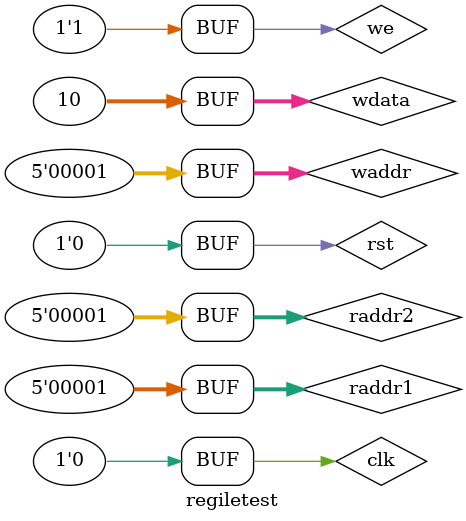
<source format=v>
`timescale 1ns / 1ps


module regiletest;

	// Inputs
	reg clk;
	reg rst;
	reg we;
	reg [4:0] raddr1;
	reg [4:0] raddr2;
	reg [4:0] waddr;
	reg [31:0] wdata;

	// Outputs
	wire [31:0] rdata1;
	wire [31:0] rdata2;

	// Instantiate the Unit Under Test (UUT)
	regfile uut (
		.clk(clk), 
		.rst(rst), 
		.we(we), 
		.raddr1(raddr1), 
		.raddr2(raddr2), 
		.waddr(waddr), 
		.wdata(wdata), 
		.rdata1(rdata1), 
		.rdata2(rdata2)
	);

	initial begin
		// Initialize Inputs
		clk = 1;
		rst = 0;
		we = 0;
		raddr1 = 0;
		raddr2 = 0;
		waddr = 0;
		wdata = 0;

		// Wait 100 ns for global reset to finish
		#100;
		
		clk=0;      
		we=1;
		waddr=1;
		wdata=10;
		raddr1=1;
		raddr2=1;

	end
      
endmodule


</source>
